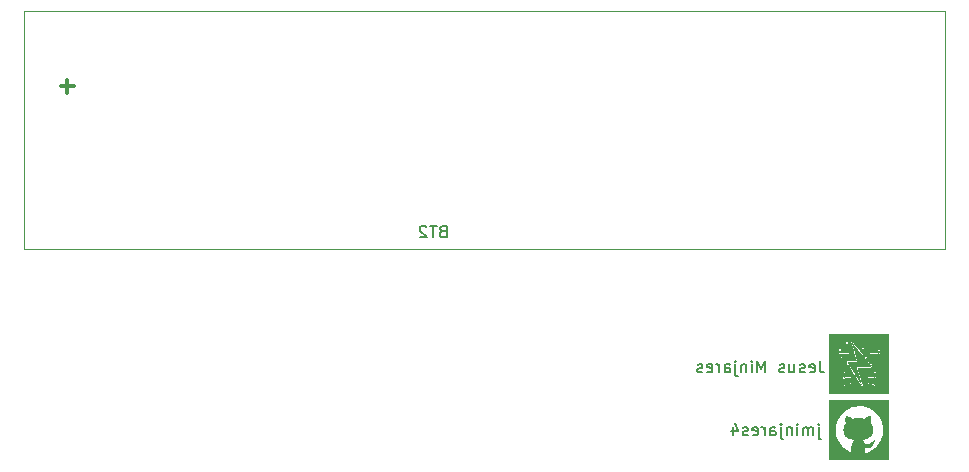
<source format=gbr>
%TF.GenerationSoftware,KiCad,Pcbnew,(6.0.2-0)*%
%TF.CreationDate,2022-09-10T16:34:37-06:00*%
%TF.ProjectId,Sensor Data Logger,53656e73-6f72-4204-9461-7461204c6f67,rev?*%
%TF.SameCoordinates,Original*%
%TF.FileFunction,Legend,Bot*%
%TF.FilePolarity,Positive*%
%FSLAX46Y46*%
G04 Gerber Fmt 4.6, Leading zero omitted, Abs format (unit mm)*
G04 Created by KiCad (PCBNEW (6.0.2-0)) date 2022-09-10 16:34:37*
%MOMM*%
%LPD*%
G01*
G04 APERTURE LIST*
%ADD10C,0.150000*%
%ADD11C,0.300000*%
%ADD12C,0.125000*%
%ADD13C,0.120000*%
G04 APERTURE END LIST*
D10*
X189173809Y-87844380D02*
X189173809Y-88558666D01*
X189221428Y-88701523D01*
X189316666Y-88796761D01*
X189459523Y-88844380D01*
X189554761Y-88844380D01*
X188316666Y-88796761D02*
X188411904Y-88844380D01*
X188602380Y-88844380D01*
X188697619Y-88796761D01*
X188745238Y-88701523D01*
X188745238Y-88320571D01*
X188697619Y-88225333D01*
X188602380Y-88177714D01*
X188411904Y-88177714D01*
X188316666Y-88225333D01*
X188269047Y-88320571D01*
X188269047Y-88415809D01*
X188745238Y-88511047D01*
X187888095Y-88796761D02*
X187792857Y-88844380D01*
X187602380Y-88844380D01*
X187507142Y-88796761D01*
X187459523Y-88701523D01*
X187459523Y-88653904D01*
X187507142Y-88558666D01*
X187602380Y-88511047D01*
X187745238Y-88511047D01*
X187840476Y-88463428D01*
X187888095Y-88368190D01*
X187888095Y-88320571D01*
X187840476Y-88225333D01*
X187745238Y-88177714D01*
X187602380Y-88177714D01*
X187507142Y-88225333D01*
X186602380Y-88177714D02*
X186602380Y-88844380D01*
X187030952Y-88177714D02*
X187030952Y-88701523D01*
X186983333Y-88796761D01*
X186888095Y-88844380D01*
X186745238Y-88844380D01*
X186650000Y-88796761D01*
X186602380Y-88749142D01*
X186173809Y-88796761D02*
X186078571Y-88844380D01*
X185888095Y-88844380D01*
X185792857Y-88796761D01*
X185745238Y-88701523D01*
X185745238Y-88653904D01*
X185792857Y-88558666D01*
X185888095Y-88511047D01*
X186030952Y-88511047D01*
X186126190Y-88463428D01*
X186173809Y-88368190D01*
X186173809Y-88320571D01*
X186126190Y-88225333D01*
X186030952Y-88177714D01*
X185888095Y-88177714D01*
X185792857Y-88225333D01*
X184554761Y-88844380D02*
X184554761Y-87844380D01*
X184221428Y-88558666D01*
X183888095Y-87844380D01*
X183888095Y-88844380D01*
X183411904Y-88844380D02*
X183411904Y-88177714D01*
X183411904Y-87844380D02*
X183459523Y-87892000D01*
X183411904Y-87939619D01*
X183364285Y-87892000D01*
X183411904Y-87844380D01*
X183411904Y-87939619D01*
X182935714Y-88177714D02*
X182935714Y-88844380D01*
X182935714Y-88272952D02*
X182888095Y-88225333D01*
X182792857Y-88177714D01*
X182650000Y-88177714D01*
X182554761Y-88225333D01*
X182507142Y-88320571D01*
X182507142Y-88844380D01*
X182030952Y-88177714D02*
X182030952Y-89034857D01*
X182078571Y-89130095D01*
X182173809Y-89177714D01*
X182221428Y-89177714D01*
X182030952Y-87844380D02*
X182078571Y-87892000D01*
X182030952Y-87939619D01*
X181983333Y-87892000D01*
X182030952Y-87844380D01*
X182030952Y-87939619D01*
X181126190Y-88844380D02*
X181126190Y-88320571D01*
X181173809Y-88225333D01*
X181269047Y-88177714D01*
X181459523Y-88177714D01*
X181554761Y-88225333D01*
X181126190Y-88796761D02*
X181221428Y-88844380D01*
X181459523Y-88844380D01*
X181554761Y-88796761D01*
X181602380Y-88701523D01*
X181602380Y-88606285D01*
X181554761Y-88511047D01*
X181459523Y-88463428D01*
X181221428Y-88463428D01*
X181126190Y-88415809D01*
X180650000Y-88844380D02*
X180650000Y-88177714D01*
X180650000Y-88368190D02*
X180602380Y-88272952D01*
X180554761Y-88225333D01*
X180459523Y-88177714D01*
X180364285Y-88177714D01*
X179650000Y-88796761D02*
X179745238Y-88844380D01*
X179935714Y-88844380D01*
X180030952Y-88796761D01*
X180078571Y-88701523D01*
X180078571Y-88320571D01*
X180030952Y-88225333D01*
X179935714Y-88177714D01*
X179745238Y-88177714D01*
X179650000Y-88225333D01*
X179602380Y-88320571D01*
X179602380Y-88415809D01*
X180078571Y-88511047D01*
X179221428Y-88796761D02*
X179126190Y-88844380D01*
X178935714Y-88844380D01*
X178840476Y-88796761D01*
X178792857Y-88701523D01*
X178792857Y-88653904D01*
X178840476Y-88558666D01*
X178935714Y-88511047D01*
X179078571Y-88511047D01*
X179173809Y-88463428D01*
X179221428Y-88368190D01*
X179221428Y-88320571D01*
X179173809Y-88225333D01*
X179078571Y-88177714D01*
X178935714Y-88177714D01*
X178840476Y-88225333D01*
X189086666Y-93511714D02*
X189086666Y-94368857D01*
X189134285Y-94464095D01*
X189229523Y-94511714D01*
X189277142Y-94511714D01*
X189086666Y-93178380D02*
X189134285Y-93226000D01*
X189086666Y-93273619D01*
X189039047Y-93226000D01*
X189086666Y-93178380D01*
X189086666Y-93273619D01*
X188610476Y-94178380D02*
X188610476Y-93511714D01*
X188610476Y-93606952D02*
X188562857Y-93559333D01*
X188467619Y-93511714D01*
X188324761Y-93511714D01*
X188229523Y-93559333D01*
X188181904Y-93654571D01*
X188181904Y-94178380D01*
X188181904Y-93654571D02*
X188134285Y-93559333D01*
X188039047Y-93511714D01*
X187896190Y-93511714D01*
X187800952Y-93559333D01*
X187753333Y-93654571D01*
X187753333Y-94178380D01*
X187277142Y-94178380D02*
X187277142Y-93511714D01*
X187277142Y-93178380D02*
X187324761Y-93226000D01*
X187277142Y-93273619D01*
X187229523Y-93226000D01*
X187277142Y-93178380D01*
X187277142Y-93273619D01*
X186800952Y-93511714D02*
X186800952Y-94178380D01*
X186800952Y-93606952D02*
X186753333Y-93559333D01*
X186658095Y-93511714D01*
X186515238Y-93511714D01*
X186420000Y-93559333D01*
X186372380Y-93654571D01*
X186372380Y-94178380D01*
X185896190Y-93511714D02*
X185896190Y-94368857D01*
X185943809Y-94464095D01*
X186039047Y-94511714D01*
X186086666Y-94511714D01*
X185896190Y-93178380D02*
X185943809Y-93226000D01*
X185896190Y-93273619D01*
X185848571Y-93226000D01*
X185896190Y-93178380D01*
X185896190Y-93273619D01*
X184991428Y-94178380D02*
X184991428Y-93654571D01*
X185039047Y-93559333D01*
X185134285Y-93511714D01*
X185324761Y-93511714D01*
X185420000Y-93559333D01*
X184991428Y-94130761D02*
X185086666Y-94178380D01*
X185324761Y-94178380D01*
X185420000Y-94130761D01*
X185467619Y-94035523D01*
X185467619Y-93940285D01*
X185420000Y-93845047D01*
X185324761Y-93797428D01*
X185086666Y-93797428D01*
X184991428Y-93749809D01*
X184515238Y-94178380D02*
X184515238Y-93511714D01*
X184515238Y-93702190D02*
X184467619Y-93606952D01*
X184420000Y-93559333D01*
X184324761Y-93511714D01*
X184229523Y-93511714D01*
X183515238Y-94130761D02*
X183610476Y-94178380D01*
X183800952Y-94178380D01*
X183896190Y-94130761D01*
X183943809Y-94035523D01*
X183943809Y-93654571D01*
X183896190Y-93559333D01*
X183800952Y-93511714D01*
X183610476Y-93511714D01*
X183515238Y-93559333D01*
X183467619Y-93654571D01*
X183467619Y-93749809D01*
X183943809Y-93845047D01*
X183086666Y-94130761D02*
X182991428Y-94178380D01*
X182800952Y-94178380D01*
X182705714Y-94130761D01*
X182658095Y-94035523D01*
X182658095Y-93987904D01*
X182705714Y-93892666D01*
X182800952Y-93845047D01*
X182943809Y-93845047D01*
X183039047Y-93797428D01*
X183086666Y-93702190D01*
X183086666Y-93654571D01*
X183039047Y-93559333D01*
X182943809Y-93511714D01*
X182800952Y-93511714D01*
X182705714Y-93559333D01*
X181800952Y-93511714D02*
X181800952Y-94178380D01*
X182039047Y-93130761D02*
X182277142Y-93845047D01*
X181658095Y-93845047D01*
D11*
X124904571Y-64623142D02*
X126047428Y-64623142D01*
X125476000Y-65194571D02*
X125476000Y-64051714D01*
D10*
%TO.C,BT2*%
X157249714Y-76890571D02*
X157106857Y-76938190D01*
X157059238Y-76985809D01*
X157011619Y-77081047D01*
X157011619Y-77223904D01*
X157059238Y-77319142D01*
X157106857Y-77366761D01*
X157202095Y-77414380D01*
X157583047Y-77414380D01*
X157583047Y-76414380D01*
X157249714Y-76414380D01*
X157154476Y-76462000D01*
X157106857Y-76509619D01*
X157059238Y-76604857D01*
X157059238Y-76700095D01*
X157106857Y-76795333D01*
X157154476Y-76842952D01*
X157249714Y-76890571D01*
X157583047Y-76890571D01*
X156725904Y-76414380D02*
X156154476Y-76414380D01*
X156440190Y-77414380D02*
X156440190Y-76414380D01*
X155868761Y-76509619D02*
X155821142Y-76462000D01*
X155725904Y-76414380D01*
X155487809Y-76414380D01*
X155392571Y-76462000D01*
X155344952Y-76509619D01*
X155297333Y-76604857D01*
X155297333Y-76700095D01*
X155344952Y-76842952D01*
X155916380Y-77414380D01*
X155297333Y-77414380D01*
D12*
%TO.C,G\u002A\u002A\u002A*%
X194496476Y-91444000D02*
X194544095Y-91420190D01*
X194615523Y-91420190D01*
X194686952Y-91444000D01*
X194734571Y-91491619D01*
X194758380Y-91539238D01*
X194782190Y-91634476D01*
X194782190Y-91705904D01*
X194758380Y-91801142D01*
X194734571Y-91848761D01*
X194686952Y-91896380D01*
X194615523Y-91920190D01*
X194567904Y-91920190D01*
X194496476Y-91896380D01*
X194472666Y-91872571D01*
X194472666Y-91705904D01*
X194567904Y-91705904D01*
X194186952Y-91420190D02*
X194186952Y-91539238D01*
X194306000Y-91491619D02*
X194186952Y-91539238D01*
X194067904Y-91491619D01*
X194258380Y-91634476D02*
X194186952Y-91539238D01*
X194115523Y-91634476D01*
X193806000Y-91420190D02*
X193806000Y-91539238D01*
X193925047Y-91491619D02*
X193806000Y-91539238D01*
X193686952Y-91491619D01*
X193877428Y-91634476D02*
X193806000Y-91539238D01*
X193734571Y-91634476D01*
X193425047Y-91420190D02*
X193425047Y-91539238D01*
X193544095Y-91491619D02*
X193425047Y-91539238D01*
X193306000Y-91491619D01*
X193496476Y-91634476D02*
X193425047Y-91539238D01*
X193353619Y-91634476D01*
X194314000Y-88713523D02*
X194290190Y-88665904D01*
X194290190Y-88594476D01*
X194314000Y-88523047D01*
X194361619Y-88475428D01*
X194409238Y-88451619D01*
X194504476Y-88427809D01*
X194575904Y-88427809D01*
X194671142Y-88451619D01*
X194718761Y-88475428D01*
X194766380Y-88523047D01*
X194790190Y-88594476D01*
X194790190Y-88642095D01*
X194766380Y-88713523D01*
X194742571Y-88737333D01*
X194575904Y-88737333D01*
X194575904Y-88642095D01*
X194290190Y-89023047D02*
X194409238Y-89023047D01*
X194361619Y-88904000D02*
X194409238Y-89023047D01*
X194361619Y-89142095D01*
X194504476Y-88951619D02*
X194409238Y-89023047D01*
X194504476Y-89094476D01*
X194290190Y-89404000D02*
X194409238Y-89404000D01*
X194361619Y-89284952D02*
X194409238Y-89404000D01*
X194361619Y-89523047D01*
X194504476Y-89332571D02*
X194409238Y-89404000D01*
X194504476Y-89475428D01*
X194290190Y-89784952D02*
X194409238Y-89784952D01*
X194361619Y-89665904D02*
X194409238Y-89784952D01*
X194361619Y-89904000D01*
X194504476Y-89713523D02*
X194409238Y-89784952D01*
X194504476Y-89856380D01*
D13*
%TO.C,BT2*%
X199782000Y-58276000D02*
X121782000Y-58276000D01*
X121782000Y-78376000D02*
X199782000Y-78376000D01*
X199782000Y-78376000D02*
X199782000Y-58276000D01*
X121782000Y-58276000D02*
X121782000Y-78376000D01*
%TO.C,G\u002A\u002A\u002A*%
G36*
X189992000Y-96266000D02*
G01*
X189992000Y-93645648D01*
X190523329Y-93645648D01*
X190526046Y-93812318D01*
X190537496Y-93978377D01*
X190556996Y-94130095D01*
X190583866Y-94253742D01*
X190606986Y-94328444D01*
X190717229Y-94597113D01*
X190862678Y-94846410D01*
X191040155Y-95072674D01*
X191246480Y-95272245D01*
X191478474Y-95441465D01*
X191732959Y-95576672D01*
X191854667Y-95630466D01*
X191854667Y-95314027D01*
X191854668Y-95310251D01*
X191857670Y-95147025D01*
X191867913Y-95017472D01*
X191887568Y-94913399D01*
X191918805Y-94826614D01*
X191963794Y-94748925D01*
X192024706Y-94672138D01*
X192062383Y-94628276D01*
X192095797Y-94586725D01*
X192108667Y-94566853D01*
X192102860Y-94562750D01*
X192066603Y-94553049D01*
X192008125Y-94543178D01*
X191992327Y-94540867D01*
X191839282Y-94504890D01*
X191686300Y-94447076D01*
X191543948Y-94372850D01*
X191422794Y-94287635D01*
X191333405Y-94196856D01*
X191258039Y-94075527D01*
X191198345Y-93912159D01*
X191174679Y-93739301D01*
X191187134Y-93564118D01*
X191235805Y-93393775D01*
X191320785Y-93235436D01*
X191342366Y-93203184D01*
X191368894Y-93153315D01*
X191375574Y-93110546D01*
X191366911Y-93057511D01*
X191359430Y-93016434D01*
X191350836Y-92927243D01*
X191347843Y-92827257D01*
X191350326Y-92729681D01*
X191358164Y-92647720D01*
X191371231Y-92594579D01*
X191372992Y-92590786D01*
X191395079Y-92558676D01*
X191430228Y-92544171D01*
X191492940Y-92540873D01*
X191580610Y-92552586D01*
X191692009Y-92589678D01*
X191800021Y-92645174D01*
X191888052Y-92711892D01*
X191953186Y-92774714D01*
X192089135Y-92742670D01*
X192115719Y-92736992D01*
X192241909Y-92720146D01*
X192389737Y-92712291D01*
X192543451Y-92713427D01*
X192687300Y-92723553D01*
X192805533Y-92742670D01*
X192941482Y-92774714D01*
X193006616Y-92711892D01*
X193082720Y-92652717D01*
X193189214Y-92595497D01*
X193301082Y-92555822D01*
X193401728Y-92540873D01*
X193408571Y-92540877D01*
X193468341Y-92544887D01*
X193501797Y-92560656D01*
X193523436Y-92594579D01*
X193531523Y-92620527D01*
X193541655Y-92691832D01*
X193546430Y-92784490D01*
X193545735Y-92885318D01*
X193539456Y-92981134D01*
X193527476Y-93058755D01*
X193518230Y-93115493D01*
X193527271Y-93160819D01*
X193561077Y-93212566D01*
X193628760Y-93318238D01*
X193692570Y-93477999D01*
X193721501Y-93646248D01*
X193715983Y-93815915D01*
X193676447Y-93979933D01*
X193603324Y-94131232D01*
X193497045Y-94262746D01*
X193461135Y-94295110D01*
X193380317Y-94357616D01*
X193302675Y-94407152D01*
X193270592Y-94423168D01*
X193185119Y-94458508D01*
X193085506Y-94493083D01*
X192984977Y-94522822D01*
X192896751Y-94543651D01*
X192834051Y-94551500D01*
X192828241Y-94551537D01*
X192796888Y-94555720D01*
X192790859Y-94571209D01*
X192811678Y-94604225D01*
X192860871Y-94660991D01*
X192884583Y-94688759D01*
X192934531Y-94756110D01*
X192969829Y-94815347D01*
X192976110Y-94828317D01*
X192996372Y-94861528D01*
X193023083Y-94879956D01*
X193068198Y-94889017D01*
X193143667Y-94894127D01*
X193168709Y-94895353D01*
X193280511Y-94896945D01*
X193363642Y-94887447D01*
X193429173Y-94863072D01*
X193488173Y-94820032D01*
X193551715Y-94754540D01*
X193595935Y-94707000D01*
X193682223Y-94629985D01*
X193759302Y-94586400D01*
X193832699Y-94572666D01*
X193868108Y-94579641D01*
X193886073Y-94607846D01*
X193871161Y-94652929D01*
X193823711Y-94709729D01*
X193818396Y-94715138D01*
X193778404Y-94769061D01*
X193734224Y-94845815D01*
X193694484Y-94930647D01*
X193654235Y-95021899D01*
X193598583Y-95119384D01*
X193536842Y-95185173D01*
X193460660Y-95225030D01*
X193361681Y-95244718D01*
X193231552Y-95250000D01*
X193040000Y-95250000D01*
X193040000Y-95461666D01*
X193040926Y-95545117D01*
X193045197Y-95619439D01*
X193053503Y-95660202D01*
X193066459Y-95672298D01*
X193094320Y-95665897D01*
X193150772Y-95647644D01*
X193221197Y-95621859D01*
X193365740Y-95560196D01*
X193622885Y-95417228D01*
X193854086Y-95243035D01*
X194056870Y-95040262D01*
X194228760Y-94811554D01*
X194367283Y-94559557D01*
X194469964Y-94286916D01*
X194480619Y-94249973D01*
X194503901Y-94154659D01*
X194519866Y-94057820D01*
X194530417Y-93945863D01*
X194537460Y-93805197D01*
X194539184Y-93621320D01*
X194523933Y-93410282D01*
X194486686Y-93215728D01*
X194424889Y-93025243D01*
X194335985Y-92826416D01*
X194265442Y-92694069D01*
X194191930Y-92578788D01*
X194106134Y-92468215D01*
X193997340Y-92347192D01*
X193847321Y-92201986D01*
X193617415Y-92026354D01*
X193370630Y-91889526D01*
X193107267Y-91791632D01*
X192827624Y-91732800D01*
X192532000Y-91713161D01*
X192435826Y-91715089D01*
X192147209Y-91746177D01*
X191876085Y-91815660D01*
X191621087Y-91924080D01*
X191380846Y-92071981D01*
X191153993Y-92259906D01*
X191032976Y-92383663D01*
X190854571Y-92611471D01*
X190711878Y-92858481D01*
X190606814Y-93121137D01*
X190541296Y-93395885D01*
X190530024Y-93492098D01*
X190523329Y-93645648D01*
X189992000Y-93645648D01*
X189992000Y-91186000D01*
X195072000Y-91186000D01*
X195072000Y-96266000D01*
X189992000Y-96266000D01*
G37*
G36*
X193987313Y-87574280D02*
G01*
X194006321Y-87580131D01*
X194013624Y-87597718D01*
X194014470Y-87614475D01*
X194011142Y-87636499D01*
X194001604Y-87645829D01*
X193980653Y-87648522D01*
X193957445Y-87642048D01*
X193940237Y-87627460D01*
X193936599Y-87620097D01*
X193936957Y-87597689D01*
X193952922Y-87580796D01*
X193980908Y-87574120D01*
X193987313Y-87574280D01*
G37*
G36*
X193570539Y-86304269D02*
G01*
X193589691Y-86310066D01*
X193597040Y-86327539D01*
X193596554Y-86344318D01*
X193587769Y-86366129D01*
X193568046Y-86377438D01*
X193543605Y-86374457D01*
X193523690Y-86357460D01*
X193520042Y-86350085D01*
X193520398Y-86327683D01*
X193536361Y-86310794D01*
X193564348Y-86304120D01*
X193570539Y-86304269D01*
G37*
G36*
X194185902Y-86911117D02*
G01*
X194205291Y-86924856D01*
X194214999Y-86940056D01*
X194216307Y-86956348D01*
X194202054Y-86974494D01*
X194181271Y-86986294D01*
X194154576Y-86984644D01*
X194133290Y-86967060D01*
X194130180Y-86960954D01*
X194129742Y-86939277D01*
X194142580Y-86921578D01*
X194163149Y-86911108D01*
X194185902Y-86911117D01*
G37*
G36*
X193252622Y-89738399D02*
G01*
X193267706Y-89757160D01*
X193272048Y-89780308D01*
X193261488Y-89802208D01*
X193254374Y-89807621D01*
X193233040Y-89814400D01*
X193221581Y-89812550D01*
X193202487Y-89798205D01*
X193193089Y-89775569D01*
X193195329Y-89751775D01*
X193211150Y-89733960D01*
X193230955Y-89729665D01*
X193252622Y-89738399D01*
G37*
G36*
X191106981Y-87574726D02*
G01*
X191125101Y-87591943D01*
X191129672Y-87615017D01*
X191117728Y-87638128D01*
X191116592Y-87639215D01*
X191093049Y-87649565D01*
X191067235Y-87646121D01*
X191048640Y-87630000D01*
X191045993Y-87624055D01*
X191045057Y-87598140D01*
X191058527Y-87577477D01*
X191082526Y-87569040D01*
X191106981Y-87574726D01*
G37*
G36*
X191848042Y-89739001D02*
G01*
X191863865Y-89745460D01*
X191869840Y-89761619D01*
X191869426Y-89778350D01*
X191860976Y-89799719D01*
X191852460Y-89807072D01*
X191830960Y-89814400D01*
X191812605Y-89809340D01*
X191795804Y-89789893D01*
X191792081Y-89761619D01*
X191794882Y-89750444D01*
X191806080Y-89740626D01*
X191830960Y-89738200D01*
X191848042Y-89739001D01*
G37*
G36*
X191231048Y-88796011D02*
G01*
X191247735Y-88812330D01*
X191251627Y-88834662D01*
X191239212Y-88857764D01*
X191225544Y-88865046D01*
X191201112Y-88867416D01*
X191192026Y-88865761D01*
X191178102Y-88855614D01*
X191172483Y-88831768D01*
X191171750Y-88815808D01*
X191177407Y-88800337D01*
X191195475Y-88792534D01*
X191205082Y-88790944D01*
X191231048Y-88796011D01*
G37*
G36*
X190893550Y-87203916D02*
G01*
X190912009Y-87214799D01*
X190929259Y-87232862D01*
X190936880Y-87249848D01*
X190933844Y-87260454D01*
X190920915Y-87278754D01*
X190909010Y-87288058D01*
X190891160Y-87294720D01*
X190890364Y-87294699D01*
X190871299Y-87286569D01*
X190853378Y-87269430D01*
X190845440Y-87251614D01*
X190846386Y-87246490D01*
X190857234Y-87228119D01*
X190874133Y-87210898D01*
X190889395Y-87203280D01*
X190893550Y-87203916D01*
G37*
G36*
X192267280Y-87721440D02*
G01*
X192267565Y-87722363D01*
X192274491Y-87745625D01*
X192284705Y-87780747D01*
X192296104Y-87820500D01*
X192317075Y-87894160D01*
X192257680Y-87894160D01*
X192258554Y-87795100D01*
X192259011Y-87767951D01*
X192260731Y-87733647D01*
X192263523Y-87717843D01*
X192267280Y-87721440D01*
G37*
G36*
X191341648Y-89902455D02*
G01*
X191358886Y-89919289D01*
X191363262Y-89941922D01*
X191351408Y-89964768D01*
X191344280Y-89970141D01*
X191322173Y-89976960D01*
X191321182Y-89976947D01*
X191299508Y-89968837D01*
X191286692Y-89950227D01*
X191283676Y-89927720D01*
X191291405Y-89907923D01*
X191310820Y-89897440D01*
X191314915Y-89897007D01*
X191341648Y-89902455D01*
G37*
G36*
X191272051Y-89260548D02*
G01*
X191277082Y-89269346D01*
X191279258Y-89293524D01*
X191270904Y-89316556D01*
X191254374Y-89329279D01*
X191231473Y-89329194D01*
X191209703Y-89316141D01*
X191201040Y-89292834D01*
X191201051Y-89291682D01*
X191208866Y-89264635D01*
X191227210Y-89248654D01*
X191250225Y-89246404D01*
X191272051Y-89260548D01*
G37*
G36*
X192856188Y-86813260D02*
G01*
X192866199Y-86836203D01*
X192863379Y-86863513D01*
X192854324Y-86872746D01*
X192833283Y-86878160D01*
X192825520Y-86877658D01*
X192800873Y-86866959D01*
X192788562Y-86846914D01*
X192790565Y-86823601D01*
X192808860Y-86803100D01*
X192815188Y-86799891D01*
X192837724Y-86799538D01*
X192856188Y-86813260D01*
G37*
G36*
X193870616Y-88793877D02*
G01*
X193886228Y-88809990D01*
X193891757Y-88832104D01*
X193882875Y-88854768D01*
X193874275Y-88862192D01*
X193852800Y-88869520D01*
X193847157Y-88869161D01*
X193825416Y-88858486D01*
X193815078Y-88837968D01*
X193817746Y-88814372D01*
X193835020Y-88794460D01*
X193849246Y-88789217D01*
X193870616Y-88793877D01*
G37*
G36*
X191518451Y-86302562D02*
G01*
X191538281Y-86316540D01*
X191546480Y-86339680D01*
X191545205Y-86348174D01*
X191534288Y-86368128D01*
X191522913Y-86376105D01*
X191496558Y-86378739D01*
X191471006Y-86364354D01*
X191458907Y-86350932D01*
X191456551Y-86338302D01*
X191465558Y-86318692D01*
X191472521Y-86309513D01*
X191494146Y-86299601D01*
X191518451Y-86302562D01*
G37*
G36*
X190892596Y-86908654D02*
G01*
X190919873Y-86916766D01*
X190932753Y-86936897D01*
X190928432Y-86964820D01*
X190916409Y-86981573D01*
X190891160Y-86989920D01*
X190873882Y-86985896D01*
X190855383Y-86969322D01*
X190847919Y-86946387D01*
X190855351Y-86924180D01*
X190867087Y-86915178D01*
X190891160Y-86908640D01*
X190892596Y-86908654D01*
G37*
G36*
X191566800Y-88122760D02*
G01*
X191569248Y-88126510D01*
X191581874Y-88148042D01*
X191587054Y-88160860D01*
X191583293Y-88165283D01*
X191566800Y-88168480D01*
X191556195Y-88166770D01*
X191548452Y-88155934D01*
X191546547Y-88130380D01*
X191546614Y-88092280D01*
X191566800Y-88122760D01*
G37*
G36*
X194170286Y-87205067D02*
G01*
X194187553Y-87213157D01*
X194205543Y-87227847D01*
X194213180Y-87251487D01*
X194201991Y-87275869D01*
X194188267Y-87287790D01*
X194171992Y-87294720D01*
X194152905Y-87286835D01*
X194135007Y-87268660D01*
X194127120Y-87249000D01*
X194127631Y-87245396D01*
X194136564Y-87227959D01*
X194151121Y-87210940D01*
X194164074Y-87203280D01*
X194170286Y-87205067D01*
G37*
G36*
X189992000Y-90678000D02*
G01*
X189992000Y-86951699D01*
X190806369Y-86951699D01*
X190819665Y-86989193D01*
X190833385Y-87010001D01*
X190857893Y-87026031D01*
X190894531Y-87030236D01*
X190901384Y-87029892D01*
X190937263Y-87017102D01*
X190964012Y-86986324D01*
X190969164Y-86979470D01*
X190978596Y-86974171D01*
X190995181Y-86970833D01*
X191022209Y-86969090D01*
X191062970Y-86968577D01*
X191120755Y-86968929D01*
X191267080Y-86970369D01*
X191391540Y-87094292D01*
X191425013Y-87127895D01*
X191461308Y-87165047D01*
X191490132Y-87195373D01*
X191509143Y-87216402D01*
X191516000Y-87225663D01*
X191506895Y-87227683D01*
X191480042Y-87229763D01*
X191438079Y-87231734D01*
X191383655Y-87233495D01*
X191319419Y-87234942D01*
X191248019Y-87235976D01*
X190980038Y-87238840D01*
X190963959Y-87210808D01*
X190957171Y-87200538D01*
X190927457Y-87175585D01*
X190891968Y-87167038D01*
X190856028Y-87175285D01*
X190824960Y-87200711D01*
X190821714Y-87205092D01*
X190807506Y-87240247D01*
X190810353Y-87275254D01*
X190827882Y-87305711D01*
X190857722Y-87327213D01*
X190897500Y-87335360D01*
X190903103Y-87334514D01*
X190925358Y-87323593D01*
X190949391Y-87304092D01*
X190980658Y-87272825D01*
X191311829Y-87273902D01*
X191643000Y-87274978D01*
X192034160Y-87665364D01*
X192034160Y-87894160D01*
X191790592Y-87894160D01*
X191547024Y-87894159D01*
X191544212Y-87744300D01*
X191541400Y-87594440D01*
X191355974Y-87594440D01*
X191299139Y-87594049D01*
X191247657Y-87592907D01*
X191206943Y-87591152D01*
X191180181Y-87588923D01*
X191170554Y-87586358D01*
X191170553Y-87586197D01*
X191161852Y-87568316D01*
X191140744Y-87549431D01*
X191114172Y-87534480D01*
X191089074Y-87528400D01*
X191058685Y-87531525D01*
X191028430Y-87547359D01*
X191008161Y-87578811D01*
X191005664Y-87585146D01*
X191000516Y-87612145D01*
X191008161Y-87640548D01*
X191022003Y-87664980D01*
X191049101Y-87684879D01*
X191089074Y-87690960D01*
X191089325Y-87690959D01*
X191114473Y-87684752D01*
X191141018Y-87669733D01*
X191162022Y-87650838D01*
X191170547Y-87633001D01*
X191175612Y-87631123D01*
X191197771Y-87629089D01*
X191234484Y-87627812D01*
X191282405Y-87627393D01*
X191338187Y-87627933D01*
X191505840Y-87630947D01*
X191505840Y-87894160D01*
X191480122Y-87894160D01*
X191460654Y-87897430D01*
X191449838Y-87911395D01*
X191454425Y-87937103D01*
X191474356Y-87975376D01*
X191484851Y-87993008D01*
X191496217Y-88016591D01*
X191502534Y-88040797D01*
X191505256Y-88072188D01*
X191505840Y-88117325D01*
X191505840Y-88208105D01*
X191563935Y-88211152D01*
X191622030Y-88214200D01*
X191712074Y-88358418D01*
X191736425Y-88397898D01*
X191765591Y-88447432D01*
X191784276Y-88482961D01*
X191793275Y-88506047D01*
X191793381Y-88518250D01*
X191793328Y-88518342D01*
X191783438Y-88530460D01*
X191761617Y-88554349D01*
X191730273Y-88587466D01*
X191691812Y-88627268D01*
X191648641Y-88671212D01*
X191512639Y-88808560D01*
X191406636Y-88808560D01*
X191379903Y-88808526D01*
X191341004Y-88807865D01*
X191315411Y-88805540D01*
X191298493Y-88800500D01*
X191285620Y-88791697D01*
X191272161Y-88778080D01*
X191253993Y-88762422D01*
X191218716Y-88747905D01*
X191183595Y-88750479D01*
X191153525Y-88770460D01*
X191134119Y-88796216D01*
X191125201Y-88825770D01*
X191131418Y-88859288D01*
X191147154Y-88887829D01*
X191174174Y-88904958D01*
X191215308Y-88910160D01*
X191225659Y-88909792D01*
X191251918Y-88901883D01*
X191273767Y-88879680D01*
X191296302Y-88849200D01*
X191531545Y-88849200D01*
X191658240Y-88722200D01*
X191694297Y-88686374D01*
X191731698Y-88649958D01*
X191762201Y-88621080D01*
X191783355Y-88602056D01*
X191792708Y-88595200D01*
X191793978Y-88599702D01*
X191795736Y-88621838D01*
X191797298Y-88660329D01*
X191798608Y-88712806D01*
X191799612Y-88776902D01*
X191800254Y-88850249D01*
X191800480Y-88930480D01*
X191800480Y-89265760D01*
X191331113Y-89265760D01*
X191302641Y-89235280D01*
X191297236Y-89229836D01*
X191262347Y-89208445D01*
X191225228Y-89206720D01*
X191188399Y-89224891D01*
X191169574Y-89245911D01*
X191158023Y-89279863D01*
X191161598Y-89314956D01*
X191179397Y-89345448D01*
X191210516Y-89365599D01*
X191240855Y-89371279D01*
X191277672Y-89361827D01*
X191310388Y-89332558D01*
X191313166Y-89329061D01*
X191321958Y-89319622D01*
X191332751Y-89313253D01*
X191349208Y-89309349D01*
X191374993Y-89307308D01*
X191413770Y-89306526D01*
X191469203Y-89306400D01*
X191607440Y-89306400D01*
X191607440Y-89626771D01*
X191490912Y-89742969D01*
X191452022Y-89781629D01*
X191418780Y-89813868D01*
X191394550Y-89835514D01*
X191376489Y-89848583D01*
X191361755Y-89855093D01*
X191347504Y-89857060D01*
X191330892Y-89856502D01*
X191308202Y-89856842D01*
X191271744Y-89868676D01*
X191249321Y-89894930D01*
X191241680Y-89934944D01*
X191242327Y-89946290D01*
X191254774Y-89982105D01*
X191279484Y-90006514D01*
X191311744Y-90017577D01*
X191346839Y-90013354D01*
X191380058Y-89991906D01*
X191389284Y-89981787D01*
X191401493Y-89957865D01*
X191402823Y-89925650D01*
X191402822Y-89925635D01*
X191402292Y-89910419D01*
X191404450Y-89896858D01*
X191411250Y-89882289D01*
X191424649Y-89864050D01*
X191446601Y-89839480D01*
X191479062Y-89805916D01*
X191523988Y-89760698D01*
X191648080Y-89636306D01*
X191648080Y-89306400D01*
X191739520Y-89306400D01*
X191759650Y-89306337D01*
X191796676Y-89305849D01*
X191822746Y-89304981D01*
X191833178Y-89303860D01*
X191833800Y-89294329D01*
X191834672Y-89266664D01*
X191835726Y-89223163D01*
X191836913Y-89166117D01*
X191838186Y-89097817D01*
X191839497Y-89020554D01*
X191840798Y-88936619D01*
X191846200Y-88571919D01*
X192026540Y-88861618D01*
X192206880Y-89151316D01*
X192206880Y-89342177D01*
X192030213Y-89518628D01*
X191992876Y-89555542D01*
X191946858Y-89599933D01*
X191906808Y-89637312D01*
X191874790Y-89665804D01*
X191852868Y-89683534D01*
X191843106Y-89688627D01*
X191832499Y-89686472D01*
X191808573Y-89691699D01*
X191782795Y-89704277D01*
X191763532Y-89720819D01*
X191758764Y-89728205D01*
X191749942Y-89762209D01*
X191755508Y-89798943D01*
X191774619Y-89830101D01*
X191777596Y-89832953D01*
X191811589Y-89851910D01*
X191849203Y-89851959D01*
X191886715Y-89833003D01*
X191897209Y-89824237D01*
X191908248Y-89809787D01*
X191911518Y-89790331D01*
X191909297Y-89758340D01*
X191903866Y-89705712D01*
X192247520Y-89362504D01*
X192247859Y-89296352D01*
X192247934Y-89284112D01*
X192248664Y-89254459D01*
X192251050Y-89241149D01*
X192256304Y-89241104D01*
X192265639Y-89251251D01*
X192268004Y-89254488D01*
X192280760Y-89273730D01*
X192302694Y-89307860D01*
X192332744Y-89355190D01*
X192369848Y-89414033D01*
X192412944Y-89482704D01*
X192460969Y-89559513D01*
X192512862Y-89642775D01*
X192567560Y-89730803D01*
X192592212Y-89770476D01*
X192645474Y-89855783D01*
X192695338Y-89935101D01*
X192740768Y-90006813D01*
X192780727Y-90069303D01*
X192814180Y-90120955D01*
X192840088Y-90160152D01*
X192857415Y-90185280D01*
X192865125Y-90194720D01*
X192872353Y-90195409D01*
X192884011Y-90185020D01*
X192883998Y-90184183D01*
X192880485Y-90169046D01*
X192871698Y-90136544D01*
X192858142Y-90088373D01*
X192840325Y-90026233D01*
X192818753Y-89951822D01*
X192793933Y-89866840D01*
X192766370Y-89772984D01*
X192736572Y-89671955D01*
X192705045Y-89565449D01*
X192672296Y-89455167D01*
X192638830Y-89342806D01*
X192605155Y-89230065D01*
X192571778Y-89118644D01*
X192539203Y-89010241D01*
X192507939Y-88906554D01*
X192478491Y-88809282D01*
X192451367Y-88720124D01*
X192427072Y-88640779D01*
X192406113Y-88572945D01*
X192388996Y-88518322D01*
X192376229Y-88478607D01*
X192368317Y-88455500D01*
X192359783Y-88432640D01*
X192806320Y-88432640D01*
X192806320Y-89352337D01*
X192984461Y-89530028D01*
X193019655Y-89565210D01*
X193067305Y-89613332D01*
X193102920Y-89650288D01*
X193128079Y-89677951D01*
X193144362Y-89698193D01*
X193153348Y-89712886D01*
X193156617Y-89723904D01*
X193155747Y-89733120D01*
X193150517Y-89761634D01*
X193155373Y-89801229D01*
X193177612Y-89832180D01*
X193182851Y-89836474D01*
X193218867Y-89853040D01*
X193255937Y-89850886D01*
X193289382Y-89830101D01*
X193295488Y-89823349D01*
X193311968Y-89789788D01*
X193312061Y-89754558D01*
X193297727Y-89722634D01*
X193270926Y-89698990D01*
X193233618Y-89688598D01*
X193222121Y-89686212D01*
X193207269Y-89678746D01*
X193187685Y-89664622D01*
X193161502Y-89642238D01*
X193126852Y-89609993D01*
X193081869Y-89566289D01*
X193024684Y-89509523D01*
X192846960Y-89332017D01*
X192846960Y-88432640D01*
X192986660Y-88432644D01*
X193126360Y-88432649D01*
X193217800Y-88538809D01*
X193222880Y-88920064D01*
X193227960Y-89301320D01*
X193410840Y-89311480D01*
X193416392Y-89647548D01*
X193538076Y-89768915D01*
X193572551Y-89803420D01*
X193607693Y-89839365D01*
X193631875Y-89865854D01*
X193647133Y-89885617D01*
X193655507Y-89901384D01*
X193659037Y-89915885D01*
X193659760Y-89931850D01*
X193660810Y-89948038D01*
X193674412Y-89985387D01*
X193702255Y-90009222D01*
X193742464Y-90017600D01*
X193754878Y-90016770D01*
X193790227Y-90002917D01*
X193813768Y-89974529D01*
X193822320Y-89934896D01*
X193820257Y-89914439D01*
X193804085Y-89881239D01*
X193773780Y-89861211D01*
X193731660Y-89856364D01*
X193718186Y-89857022D01*
X193704043Y-89855590D01*
X193689645Y-89849819D01*
X193672177Y-89837695D01*
X193648824Y-89817205D01*
X193616769Y-89786337D01*
X193573198Y-89743077D01*
X193456560Y-89626771D01*
X193456560Y-89306400D01*
X193598116Y-89306400D01*
X193606880Y-89306401D01*
X193660615Y-89306621D01*
X193697771Y-89307540D01*
X193721637Y-89309631D01*
X193735505Y-89313364D01*
X193742667Y-89319213D01*
X193746415Y-89327647D01*
X193757467Y-89345103D01*
X193784261Y-89362329D01*
X193818220Y-89370188D01*
X193852147Y-89366065D01*
X193868592Y-89358197D01*
X193893740Y-89332410D01*
X193904501Y-89298806D01*
X193899825Y-89262782D01*
X193878662Y-89229738D01*
X193866022Y-89218969D01*
X193831266Y-89205019D01*
X193795388Y-89210503D01*
X193761360Y-89235280D01*
X193732888Y-89265760D01*
X193263520Y-89265760D01*
X193263520Y-88580242D01*
X193398277Y-88714721D01*
X193533033Y-88849200D01*
X193762672Y-88849200D01*
X193788320Y-88879680D01*
X193805236Y-88895540D01*
X193839006Y-88910199D01*
X193873505Y-88909026D01*
X193904005Y-88893714D01*
X193925773Y-88865959D01*
X193934080Y-88827456D01*
X193931201Y-88804956D01*
X193914476Y-88773653D01*
X193887006Y-88753682D01*
X193853610Y-88746674D01*
X193819109Y-88754262D01*
X193788320Y-88778080D01*
X193762672Y-88808560D01*
X193652796Y-88807700D01*
X193542920Y-88806841D01*
X193361200Y-88619740D01*
X193179479Y-88432640D01*
X193383229Y-88432640D01*
X193404649Y-88432628D01*
X193475638Y-88432291D01*
X193529263Y-88431311D01*
X193567873Y-88429445D01*
X193593816Y-88426451D01*
X193609439Y-88422085D01*
X193617092Y-88416105D01*
X193619120Y-88408268D01*
X193615698Y-88399989D01*
X193602017Y-88377910D01*
X193580309Y-88346718D01*
X193553186Y-88310295D01*
X193531983Y-88282261D01*
X193508830Y-88250528D01*
X193493022Y-88227465D01*
X193487146Y-88216740D01*
X193487439Y-88215741D01*
X193499121Y-88211034D01*
X193522600Y-88209120D01*
X193558160Y-88209120D01*
X193558160Y-87630503D01*
X193723260Y-87627711D01*
X193888360Y-87624920D01*
X193909009Y-87655400D01*
X193930369Y-87677150D01*
X193963575Y-87690896D01*
X193998612Y-87689914D01*
X194029815Y-87674604D01*
X194051523Y-87645364D01*
X194057512Y-87625835D01*
X194056817Y-87589042D01*
X194041981Y-87558579D01*
X194016863Y-87537112D01*
X193985319Y-87527305D01*
X193951205Y-87531825D01*
X193918379Y-87553338D01*
X193915965Y-87555790D01*
X193899982Y-87574377D01*
X193893447Y-87586358D01*
X193884486Y-87588835D01*
X193858288Y-87591079D01*
X193818023Y-87592853D01*
X193766875Y-87594020D01*
X193708027Y-87594440D01*
X193522600Y-87594440D01*
X193517204Y-88168480D01*
X193479262Y-88168040D01*
X193475905Y-88167985D01*
X193465139Y-88167087D01*
X193454725Y-88163782D01*
X193443077Y-88156353D01*
X193428609Y-88143083D01*
X193409734Y-88122254D01*
X193384867Y-88092149D01*
X193352419Y-88051052D01*
X193310806Y-87997244D01*
X193258440Y-87929008D01*
X193245934Y-87912686D01*
X193199670Y-87852233D01*
X193157342Y-87796799D01*
X193120637Y-87748604D01*
X193091243Y-87709868D01*
X193070849Y-87682809D01*
X193061143Y-87669648D01*
X193059751Y-87667517D01*
X193057046Y-87660315D01*
X193058343Y-87651415D01*
X193065136Y-87639018D01*
X193078916Y-87621326D01*
X193101176Y-87596541D01*
X193133409Y-87562863D01*
X193177106Y-87518495D01*
X193233760Y-87461639D01*
X193420795Y-87274400D01*
X193742878Y-87274400D01*
X193746594Y-87274399D01*
X193847134Y-87274094D01*
X193928139Y-87273198D01*
X193990364Y-87271686D01*
X194034561Y-87269533D01*
X194061483Y-87266712D01*
X194071884Y-87263199D01*
X194072549Y-87262289D01*
X194081511Y-87263955D01*
X194093418Y-87282168D01*
X194093420Y-87282171D01*
X194118824Y-87315285D01*
X194152251Y-87331839D01*
X194189183Y-87330836D01*
X194225106Y-87311276D01*
X194226009Y-87310494D01*
X194247118Y-87284067D01*
X194253105Y-87250821D01*
X194253074Y-87248309D01*
X194244036Y-87210466D01*
X194222126Y-87183617D01*
X194192057Y-87168994D01*
X194158543Y-87167830D01*
X194126301Y-87181357D01*
X194100042Y-87210808D01*
X194083963Y-87238840D01*
X193815982Y-87235976D01*
X193746821Y-87234983D01*
X193682308Y-87233548D01*
X193627521Y-87231796D01*
X193585109Y-87229830D01*
X193557719Y-87227752D01*
X193548000Y-87225663D01*
X193552654Y-87219007D01*
X193569636Y-87199897D01*
X193596847Y-87171030D01*
X193631950Y-87134876D01*
X193672607Y-87093907D01*
X193797214Y-86969600D01*
X193936767Y-86969600D01*
X193971096Y-86969460D01*
X194020525Y-86968382D01*
X194053109Y-86966065D01*
X194071092Y-86962305D01*
X194076718Y-86956900D01*
X194076995Y-86955196D01*
X194081982Y-86958629D01*
X194091131Y-86976420D01*
X194103691Y-86998497D01*
X194133479Y-87022703D01*
X194174713Y-87030236D01*
X194185757Y-87029435D01*
X194220392Y-87016057D01*
X194243568Y-86989566D01*
X194252646Y-86954303D01*
X194244987Y-86914608D01*
X194228813Y-86889345D01*
X194199197Y-86869726D01*
X194164676Y-86865369D01*
X194130479Y-86876661D01*
X194101835Y-86903991D01*
X194081400Y-86934040D01*
X193776600Y-86928540D01*
X193624328Y-87081150D01*
X193614857Y-87090636D01*
X193565791Y-87139445D01*
X193528291Y-87175790D01*
X193500134Y-87201476D01*
X193479097Y-87218309D01*
X193462956Y-87228097D01*
X193449486Y-87232645D01*
X193436465Y-87233760D01*
X193435241Y-87233767D01*
X193423494Y-87234996D01*
X193410903Y-87239444D01*
X193395556Y-87248723D01*
X193375538Y-87264443D01*
X193348936Y-87288216D01*
X193313835Y-87321652D01*
X193268322Y-87366361D01*
X193210482Y-87423955D01*
X193178919Y-87455303D01*
X193123665Y-87509116D01*
X193078219Y-87551852D01*
X193043612Y-87582581D01*
X193020871Y-87600372D01*
X193011027Y-87604295D01*
X193008635Y-87601601D01*
X192993450Y-87583075D01*
X192971268Y-87554806D01*
X192944871Y-87520479D01*
X192917038Y-87483778D01*
X192890550Y-87448387D01*
X192868187Y-87417990D01*
X192852731Y-87396270D01*
X192846960Y-87386913D01*
X192849043Y-87384024D01*
X192863080Y-87368598D01*
X192888888Y-87341563D01*
X192924753Y-87304676D01*
X192968963Y-87259695D01*
X193019803Y-87208377D01*
X193075560Y-87152480D01*
X193304160Y-86924049D01*
X193304160Y-86628876D01*
X193410652Y-86522747D01*
X193423903Y-86509557D01*
X193461995Y-86472140D01*
X193489673Y-86446500D01*
X193509906Y-86430523D01*
X193525664Y-86422091D01*
X193539916Y-86419088D01*
X193555630Y-86419396D01*
X193589060Y-86416067D01*
X193619083Y-86397138D01*
X193636729Y-86363498D01*
X193640610Y-86316819D01*
X193638389Y-86304910D01*
X193621779Y-86280033D01*
X193593862Y-86264150D01*
X193560170Y-86258555D01*
X193526232Y-86264539D01*
X193497580Y-86283396D01*
X193488010Y-86294783D01*
X193478501Y-86317307D01*
X193479436Y-86348198D01*
X193480748Y-86359382D01*
X193480518Y-86373196D01*
X193475970Y-86386901D01*
X193465081Y-86403379D01*
X193445829Y-86425515D01*
X193416193Y-86456190D01*
X193374148Y-86498289D01*
X193263520Y-86608573D01*
X193263520Y-86913910D01*
X193062768Y-87114475D01*
X193055884Y-87121347D01*
X193003956Y-87172904D01*
X192956838Y-87219191D01*
X192916431Y-87258379D01*
X192884636Y-87288637D01*
X192863355Y-87308134D01*
X192854488Y-87315039D01*
X192854309Y-87314985D01*
X192851986Y-87303978D01*
X192849969Y-87275996D01*
X192848378Y-87234152D01*
X192847335Y-87181563D01*
X192846960Y-87121344D01*
X192846961Y-86927648D01*
X192877441Y-86902000D01*
X192893373Y-86885046D01*
X192908134Y-86851191D01*
X192906880Y-86816690D01*
X192891328Y-86786235D01*
X192863190Y-86764521D01*
X192824183Y-86756240D01*
X192801916Y-86759260D01*
X192771562Y-86776262D01*
X192752178Y-86803970D01*
X192745385Y-86837468D01*
X192752803Y-86871843D01*
X192776052Y-86902179D01*
X192806744Y-86928004D01*
X192803992Y-87130507D01*
X192801240Y-87333009D01*
X192329200Y-86719142D01*
X192320821Y-86708247D01*
X192245399Y-86610274D01*
X192173377Y-86516897D01*
X192105754Y-86429395D01*
X192043523Y-86349050D01*
X191987683Y-86277144D01*
X191939229Y-86214956D01*
X191899156Y-86163768D01*
X191868462Y-86124861D01*
X191848141Y-86099516D01*
X191839192Y-86089014D01*
X191831006Y-86081971D01*
X191821082Y-86078688D01*
X191814273Y-86090867D01*
X191814164Y-86091272D01*
X191815918Y-86106432D01*
X191823120Y-86139760D01*
X191835452Y-86190047D01*
X191852594Y-86256086D01*
X191874228Y-86336668D01*
X191900033Y-86430584D01*
X191929692Y-86536628D01*
X191962885Y-86653590D01*
X191981644Y-86719289D01*
X192009766Y-86817877D01*
X192035957Y-86909806D01*
X192059692Y-86993236D01*
X192080451Y-87066328D01*
X192097710Y-87127242D01*
X192110948Y-87174138D01*
X192119643Y-87205177D01*
X192123271Y-87218520D01*
X192121734Y-87219618D01*
X192108891Y-87211031D01*
X192084808Y-87190702D01*
X192051401Y-87160344D01*
X192010588Y-87121671D01*
X191964288Y-87076399D01*
X191800480Y-86913958D01*
X191800480Y-86608573D01*
X191689853Y-86498289D01*
X191666524Y-86474985D01*
X191631046Y-86438945D01*
X191606983Y-86412847D01*
X191592299Y-86393854D01*
X191584955Y-86379129D01*
X191582915Y-86365838D01*
X191584141Y-86351142D01*
X191584363Y-86349358D01*
X191580803Y-86311850D01*
X191563524Y-86282907D01*
X191536953Y-86263724D01*
X191505519Y-86255497D01*
X191473650Y-86259423D01*
X191445775Y-86276697D01*
X191426321Y-86308515D01*
X191422969Y-86320019D01*
X191422179Y-86359887D01*
X191437949Y-86392014D01*
X191467629Y-86412844D01*
X191508569Y-86418823D01*
X191512379Y-86418634D01*
X191527559Y-86419199D01*
X191542107Y-86423638D01*
X191558992Y-86434082D01*
X191581182Y-86452662D01*
X191611645Y-86481506D01*
X191653349Y-86522747D01*
X191759840Y-86628876D01*
X191759318Y-86934040D01*
X191956345Y-87127080D01*
X191980667Y-87150929D01*
X192034579Y-87204083D01*
X192076308Y-87245974D01*
X192107615Y-87278659D01*
X192130261Y-87304195D01*
X192146009Y-87324640D01*
X192156619Y-87342051D01*
X192163853Y-87358485D01*
X192169473Y-87376000D01*
X192180774Y-87415644D01*
X192195168Y-87469421D01*
X192205162Y-87514471D01*
X192211551Y-87556603D01*
X192215131Y-87601625D01*
X192216696Y-87655346D01*
X192217040Y-87723574D01*
X192217040Y-87894160D01*
X192074800Y-87894160D01*
X192074800Y-87646370D01*
X191869387Y-87440065D01*
X191848216Y-87418818D01*
X191792127Y-87362814D01*
X191747851Y-87319295D01*
X191713591Y-87286715D01*
X191687550Y-87263526D01*
X191667929Y-87248183D01*
X191652931Y-87239139D01*
X191640758Y-87234847D01*
X191629614Y-87233760D01*
X191629086Y-87233758D01*
X191616257Y-87232308D01*
X191602219Y-87226969D01*
X191584776Y-87215997D01*
X191561729Y-87197649D01*
X191530884Y-87170182D01*
X191490043Y-87131853D01*
X191437010Y-87080920D01*
X191278767Y-86928080D01*
X191126200Y-86929526D01*
X191115219Y-86929627D01*
X191059320Y-86929903D01*
X191020069Y-86929348D01*
X190994318Y-86927612D01*
X190978914Y-86924348D01*
X190970710Y-86919204D01*
X190966554Y-86911833D01*
X190954777Y-86891737D01*
X190927068Y-86871698D01*
X190892703Y-86864676D01*
X190857682Y-86871487D01*
X190828010Y-86892950D01*
X190810452Y-86919856D01*
X190806369Y-86951699D01*
X189992000Y-86951699D01*
X189992000Y-85598000D01*
X195072000Y-85598000D01*
X195072000Y-90678000D01*
X189992000Y-90678000D01*
G37*
G36*
X193850022Y-89260899D02*
G01*
X193860492Y-89281468D01*
X193860483Y-89304221D01*
X193846744Y-89323610D01*
X193834644Y-89331542D01*
X193822320Y-89336880D01*
X193814946Y-89334231D01*
X193797897Y-89323610D01*
X193793639Y-89319884D01*
X193783644Y-89297459D01*
X193787544Y-89271812D01*
X193804540Y-89251609D01*
X193810646Y-89248499D01*
X193832323Y-89248061D01*
X193850022Y-89260899D01*
G37*
G36*
X192940515Y-88379378D02*
G01*
X192824407Y-88379946D01*
X192707783Y-88380712D01*
X192609193Y-88381624D01*
X192527409Y-88382711D01*
X192461203Y-88384005D01*
X192409348Y-88385535D01*
X192370618Y-88387331D01*
X192343784Y-88389423D01*
X192327620Y-88391842D01*
X192320898Y-88394618D01*
X192320724Y-88395203D01*
X192323065Y-88409682D01*
X192330919Y-88441961D01*
X192343877Y-88490656D01*
X192361531Y-88554380D01*
X192383471Y-88631749D01*
X192409288Y-88721377D01*
X192438574Y-88821879D01*
X192470920Y-88931870D01*
X192505917Y-89049963D01*
X192543157Y-89174773D01*
X192582230Y-89304916D01*
X192622729Y-89439005D01*
X192664243Y-89575656D01*
X192706364Y-89713482D01*
X192748684Y-89851098D01*
X192790793Y-89987120D01*
X192794786Y-90003156D01*
X192793497Y-90007440D01*
X192790210Y-90002573D01*
X192776986Y-89981881D01*
X192754442Y-89946179D01*
X192723381Y-89896755D01*
X192684606Y-89834900D01*
X192638921Y-89761903D01*
X192587129Y-89679055D01*
X192530034Y-89587644D01*
X192468437Y-89488962D01*
X192403144Y-89384298D01*
X192334956Y-89274943D01*
X192264678Y-89162184D01*
X192193112Y-89047314D01*
X192121063Y-88931622D01*
X192049332Y-88816397D01*
X191978723Y-88702929D01*
X191910041Y-88592509D01*
X191844087Y-88486426D01*
X191781665Y-88385971D01*
X191724982Y-88294692D01*
X192301692Y-88294692D01*
X192311802Y-88305051D01*
X192333562Y-88310720D01*
X192337877Y-88310631D01*
X192354883Y-88304914D01*
X192359280Y-88286407D01*
X192358766Y-88284136D01*
X192401658Y-88284136D01*
X192402169Y-88286407D01*
X192402603Y-88288338D01*
X192407472Y-88291757D01*
X192418088Y-88294474D01*
X192436272Y-88296569D01*
X192463845Y-88298122D01*
X192502631Y-88299213D01*
X192554449Y-88299922D01*
X192621122Y-88300330D01*
X192704472Y-88300515D01*
X192806320Y-88300560D01*
X192837445Y-88300557D01*
X192933816Y-88300480D01*
X193012211Y-88300239D01*
X193074449Y-88299754D01*
X193122354Y-88298943D01*
X193157747Y-88297729D01*
X193182449Y-88296029D01*
X193198282Y-88293764D01*
X193207069Y-88290854D01*
X193210629Y-88287219D01*
X193210786Y-88282780D01*
X193210668Y-88282223D01*
X193208418Y-88277841D01*
X193202666Y-88274270D01*
X193191542Y-88271426D01*
X193173178Y-88269228D01*
X193145706Y-88267594D01*
X193107257Y-88266441D01*
X193055963Y-88265687D01*
X192989954Y-88265250D01*
X192907363Y-88265049D01*
X192806320Y-88265000D01*
X192793764Y-88265000D01*
X192694927Y-88265062D01*
X192614328Y-88265287D01*
X192550098Y-88265756D01*
X192500368Y-88266551D01*
X192463270Y-88267755D01*
X192436935Y-88269450D01*
X192419495Y-88271718D01*
X192409080Y-88274640D01*
X192403823Y-88278300D01*
X192401855Y-88282780D01*
X192401658Y-88284136D01*
X192358766Y-88284136D01*
X192355507Y-88269737D01*
X192342237Y-88255553D01*
X192337315Y-88254256D01*
X192317283Y-88258996D01*
X192303015Y-88274785D01*
X192301692Y-88294692D01*
X191724982Y-88294692D01*
X191723579Y-88292432D01*
X191670631Y-88207101D01*
X191623625Y-88131266D01*
X191583365Y-88066218D01*
X191550653Y-88013247D01*
X191526293Y-87973643D01*
X191511087Y-87948695D01*
X191505840Y-87939694D01*
X191508587Y-87939138D01*
X191528218Y-87938132D01*
X191564966Y-87937214D01*
X191616732Y-87936409D01*
X191681415Y-87935741D01*
X191756914Y-87935234D01*
X191841129Y-87934912D01*
X191931961Y-87934800D01*
X191979530Y-87934750D01*
X192067544Y-87934387D01*
X192148035Y-87933704D01*
X192218869Y-87932740D01*
X192277913Y-87931535D01*
X192323036Y-87930127D01*
X192352105Y-87928557D01*
X192362986Y-87926863D01*
X192361761Y-87919498D01*
X192355472Y-87893872D01*
X192344280Y-87851298D01*
X192328580Y-87793196D01*
X192308766Y-87720987D01*
X192285232Y-87636091D01*
X192258371Y-87539927D01*
X192228578Y-87433917D01*
X192196247Y-87319480D01*
X192161772Y-87198038D01*
X192125546Y-87071009D01*
X192095661Y-86966336D01*
X192060814Y-86843988D01*
X192028005Y-86728478D01*
X191997630Y-86621218D01*
X191970087Y-86523617D01*
X191945770Y-86437086D01*
X191925076Y-86363035D01*
X191908401Y-86302874D01*
X191896142Y-86258014D01*
X191888695Y-86229866D01*
X191886455Y-86219839D01*
X191887902Y-86221307D01*
X191899750Y-86235832D01*
X191922923Y-86265127D01*
X191956702Y-86308264D01*
X192000370Y-86364315D01*
X192053208Y-86432350D01*
X192114496Y-86511442D01*
X192183517Y-86600662D01*
X192259553Y-86699081D01*
X192341883Y-86805771D01*
X192429791Y-86919804D01*
X192522557Y-87040251D01*
X192619463Y-87166183D01*
X192719790Y-87296672D01*
X193477645Y-88282780D01*
X193549872Y-88376760D01*
X192940515Y-88379378D01*
G37*
G36*
X193758856Y-89901317D02*
G01*
X193774468Y-89917430D01*
X193779997Y-89939544D01*
X193771115Y-89962208D01*
X193762515Y-89969632D01*
X193741040Y-89976960D01*
X193735397Y-89976601D01*
X193713656Y-89965926D01*
X193703318Y-89945408D01*
X193705986Y-89921812D01*
X193723260Y-89901900D01*
X193737486Y-89896657D01*
X193758856Y-89901317D01*
G37*
%TD*%
M02*

</source>
